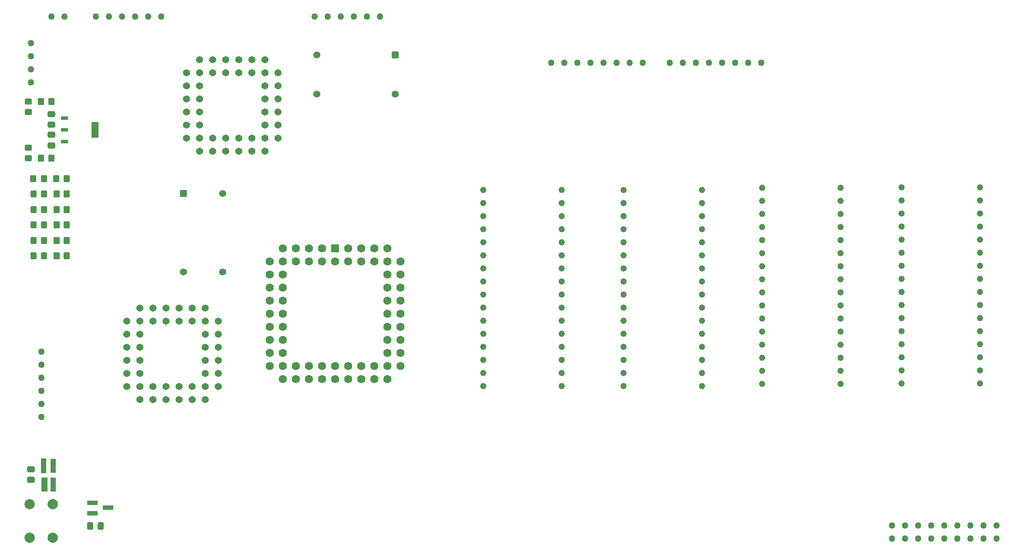
<source format=gbr>
%TF.GenerationSoftware,KiCad,Pcbnew,(6.0.0)*%
%TF.CreationDate,2024-06-19T13:28:13-04:00*%
%TF.ProjectId,MCD_Rev2,4d43445f-5265-4763-922e-6b696361645f,rev?*%
%TF.SameCoordinates,Original*%
%TF.FileFunction,Soldermask,Top*%
%TF.FilePolarity,Negative*%
%FSLAX46Y46*%
G04 Gerber Fmt 4.6, Leading zero omitted, Abs format (unit mm)*
G04 Created by KiCad (PCBNEW (6.0.0)) date 2024-06-19 13:28:13*
%MOMM*%
%LPD*%
G01*
G04 APERTURE LIST*
G04 Aperture macros list*
%AMRoundRect*
0 Rectangle with rounded corners*
0 $1 Rounding radius*
0 $2 $3 $4 $5 $6 $7 $8 $9 X,Y pos of 4 corners*
0 Add a 4 corners polygon primitive as box body*
4,1,4,$2,$3,$4,$5,$6,$7,$8,$9,$2,$3,0*
0 Add four circle primitives for the rounded corners*
1,1,$1+$1,$2,$3*
1,1,$1+$1,$4,$5*
1,1,$1+$1,$6,$7*
1,1,$1+$1,$8,$9*
0 Add four rect primitives between the rounded corners*
20,1,$1+$1,$2,$3,$4,$5,0*
20,1,$1+$1,$4,$5,$6,$7,0*
20,1,$1+$1,$6,$7,$8,$9,0*
20,1,$1+$1,$8,$9,$2,$3,0*%
%AMOutline4P*
0 Free polygon, 4 corners , with rotation*
0 The origin of the aperture is its center*
0 number of corners: always 4*
0 $1 to $8 corner X, Y*
0 $9 Rotation angle, in degrees counterclockwise*
0 create outline with 4 corners*
4,1,4,$1,$2,$3,$4,$5,$6,$7,$8,$1,$2,$9*%
G04 Aperture macros list end*
%ADD10C,1.270000*%
%ADD11R,2.032000X0.965200*%
%ADD12R,2.032000X0.878796*%
%ADD13R,2.032000X0.878794*%
%ADD14RoundRect,0.250000X-0.325000X-0.450000X0.325000X-0.450000X0.325000X0.450000X-0.325000X0.450000X0*%
%ADD15C,1.244600*%
%ADD16RoundRect,0.250000X0.350000X0.450000X-0.350000X0.450000X-0.350000X-0.450000X0.350000X-0.450000X0*%
%ADD17RoundRect,0.250000X0.450000X-0.325000X0.450000X0.325000X-0.450000X0.325000X-0.450000X-0.325000X0*%
%ADD18Outline4P,-0.500000X-1.400000X0.500000X-1.400000X0.500000X1.400000X-0.500000X1.400000X0.000000*%
%ADD19R,1.000000X2.800000*%
%ADD20R,1.200000X2.800000*%
%ADD21C,2.000000*%
%ADD22R,1.456400X3.099999*%
%ADD23R,1.456400X0.800000*%
%ADD24C,1.371600*%
%ADD25RoundRect,0.250000X0.475000X-0.337500X0.475000X0.337500X-0.475000X0.337500X-0.475000X-0.337500X0*%
%ADD26C,1.362000*%
%ADD27RoundRect,0.102000X0.579000X0.579000X-0.579000X0.579000X-0.579000X-0.579000X0.579000X-0.579000X0*%
%ADD28RoundRect,0.250000X-0.475000X0.337500X-0.475000X-0.337500X0.475000X-0.337500X0.475000X0.337500X0*%
%ADD29RoundRect,0.102000X-0.579000X0.579000X-0.579000X-0.579000X0.579000X-0.579000X0.579000X0.579000X0*%
%ADD30RoundRect,0.250000X-0.337500X-0.475000X0.337500X-0.475000X0.337500X0.475000X-0.337500X0.475000X0*%
%ADD31RoundRect,0.250000X-0.450000X0.325000X-0.450000X-0.325000X0.450000X-0.325000X0.450000X0.325000X0*%
%ADD32C,1.604000*%
%ADD33RoundRect,0.102000X-0.700000X-0.700000X0.700000X-0.700000X0.700000X0.700000X-0.700000X0.700000X0*%
G04 APERTURE END LIST*
D10*
%TO.C,J8*%
X118167123Y-78570000D03*
X120707123Y-78570000D03*
X123247123Y-78570000D03*
X125787123Y-78570000D03*
X128327123Y-78570000D03*
X130867123Y-78570000D03*
%TD*%
D11*
%TO.C,U10*%
X120541123Y-174019200D03*
D12*
X117442323Y-175086000D03*
D13*
X117442323Y-173054000D03*
%TD*%
D14*
%TO.C,D5*%
X108067123Y-119070000D03*
X106017123Y-119070000D03*
%TD*%
D15*
%TO.C,U4*%
X193427123Y-150370000D03*
X193427123Y-147830000D03*
X193427123Y-145290000D03*
X193427123Y-142750000D03*
X193427123Y-140210000D03*
X193427123Y-137670000D03*
X193427123Y-135130000D03*
X193427123Y-132590000D03*
X193427123Y-130050000D03*
X193427123Y-127510000D03*
X193427123Y-124970000D03*
X193427123Y-122430000D03*
X193427123Y-119890000D03*
X193427123Y-117350000D03*
X193427123Y-114810000D03*
X193427123Y-112270000D03*
X208667123Y-112270000D03*
X208667123Y-114810000D03*
X208667123Y-117350000D03*
X208667123Y-119890000D03*
X208667123Y-122430000D03*
X208667123Y-124970000D03*
X208667123Y-127510000D03*
X208667123Y-130050000D03*
X208667123Y-132590000D03*
X208667123Y-135130000D03*
X208667123Y-137670000D03*
X208667123Y-140210000D03*
X208667123Y-142750000D03*
X208667123Y-145290000D03*
X208667123Y-147830000D03*
X208667123Y-150370000D03*
%TD*%
D16*
%TO.C,R21*%
X110517123Y-122070000D03*
X112517123Y-122070000D03*
%TD*%
D17*
%TO.C,D1*%
X105017123Y-95045000D03*
X105017123Y-97095000D03*
%TD*%
D10*
%TO.C,J4*%
X105517123Y-91380000D03*
X105517123Y-88840000D03*
X105517123Y-86300000D03*
X105517123Y-83760000D03*
%TD*%
D18*
%TO.C,U8*%
X107967123Y-165870000D03*
D19*
X109867123Y-165870000D03*
X109867123Y-169470000D03*
D20*
X108147123Y-169470000D03*
%TD*%
D15*
%TO.C,U3*%
X274667123Y-149870000D03*
X274667123Y-147330000D03*
X274667123Y-144790000D03*
X274667123Y-142250000D03*
X274667123Y-139710000D03*
X274667123Y-137170000D03*
X274667123Y-134630000D03*
X274667123Y-132090000D03*
X274667123Y-129550000D03*
X274667123Y-127010000D03*
X274667123Y-124470000D03*
X274667123Y-121930000D03*
X274667123Y-119390000D03*
X274667123Y-116850000D03*
X274667123Y-114310000D03*
X274667123Y-111770000D03*
X289907123Y-111770000D03*
X289907123Y-114310000D03*
X289907123Y-116850000D03*
X289907123Y-119390000D03*
X289907123Y-121930000D03*
X289907123Y-124470000D03*
X289907123Y-127010000D03*
X289907123Y-129550000D03*
X289907123Y-132090000D03*
X289907123Y-134630000D03*
X289907123Y-137170000D03*
X289907123Y-139710000D03*
X289907123Y-142250000D03*
X289907123Y-144790000D03*
X289907123Y-147330000D03*
X289907123Y-149870000D03*
%TD*%
D21*
%TO.C,SW1*%
X109767123Y-173320000D03*
X109767123Y-179820000D03*
X105267123Y-179820000D03*
X105267123Y-173320000D03*
%TD*%
D10*
%TO.C,J5*%
X107567123Y-143720000D03*
X107567123Y-146260000D03*
X107567123Y-148800000D03*
X107567123Y-151340000D03*
X107567123Y-153880000D03*
X107567123Y-156420000D03*
%TD*%
D15*
%TO.C,U5*%
X247597123Y-149910000D03*
X247597123Y-147370000D03*
X247597123Y-144830000D03*
X247597123Y-142290000D03*
X247597123Y-139750000D03*
X247597123Y-137210000D03*
X247597123Y-134670000D03*
X247597123Y-132130000D03*
X247597123Y-129590000D03*
X247597123Y-127050000D03*
X247597123Y-124510000D03*
X247597123Y-121970000D03*
X247597123Y-119430000D03*
X247597123Y-116890000D03*
X247597123Y-114350000D03*
X247597123Y-111810000D03*
X262837123Y-111810000D03*
X262837123Y-114350000D03*
X262837123Y-116890000D03*
X262837123Y-119430000D03*
X262837123Y-121970000D03*
X262837123Y-124510000D03*
X262837123Y-127050000D03*
X262837123Y-129590000D03*
X262837123Y-132130000D03*
X262837123Y-134670000D03*
X262837123Y-137210000D03*
X262837123Y-139750000D03*
X262837123Y-142290000D03*
X262837123Y-144830000D03*
X262837123Y-147370000D03*
X262837123Y-149910000D03*
%TD*%
%TO.C,U2*%
X220667123Y-150370000D03*
X220667123Y-147830000D03*
X220667123Y-145290000D03*
X220667123Y-142750000D03*
X220667123Y-140210000D03*
X220667123Y-137670000D03*
X220667123Y-135130000D03*
X220667123Y-132590000D03*
X220667123Y-130050000D03*
X220667123Y-127510000D03*
X220667123Y-124970000D03*
X220667123Y-122430000D03*
X220667123Y-119890000D03*
X220667123Y-117350000D03*
X220667123Y-114810000D03*
X220667123Y-112270000D03*
X235907123Y-112270000D03*
X235907123Y-114810000D03*
X235907123Y-117350000D03*
X235907123Y-119890000D03*
X235907123Y-122430000D03*
X235907123Y-124970000D03*
X235907123Y-127510000D03*
X235907123Y-130050000D03*
X235907123Y-132590000D03*
X235907123Y-135130000D03*
X235907123Y-137670000D03*
X235907123Y-140210000D03*
X235907123Y-142750000D03*
X235907123Y-145290000D03*
X235907123Y-147830000D03*
X235907123Y-150370000D03*
%TD*%
D14*
%TO.C,D4*%
X108067123Y-116070000D03*
X106017123Y-116070000D03*
%TD*%
D16*
%TO.C,R23*%
X107517123Y-106070000D03*
X109517123Y-106070000D03*
%TD*%
D22*
%TO.C,U7*%
X117991323Y-100570000D03*
D23*
X112042923Y-102870000D03*
X112042923Y-100570000D03*
X112042923Y-98270000D03*
%TD*%
D24*
%TO.C,U6*%
X145937123Y-86980000D03*
X148477123Y-89520000D03*
X148477123Y-86980000D03*
X151017123Y-89520000D03*
X151017123Y-86980000D03*
X153557123Y-89520000D03*
X151017123Y-92060000D03*
X153557123Y-92060000D03*
X151017123Y-94600000D03*
X153557123Y-94600000D03*
X151017123Y-97140000D03*
X153557123Y-97140000D03*
X151017123Y-99680000D03*
X153557123Y-99680000D03*
X151017123Y-102220000D03*
X153557123Y-102220000D03*
X151017123Y-104760000D03*
X148477123Y-102220000D03*
X148477123Y-104760000D03*
X145937123Y-102220000D03*
X145937123Y-104760000D03*
X143397123Y-102220000D03*
X143397123Y-104760000D03*
X140857123Y-102220000D03*
X140857123Y-104760000D03*
X138317123Y-102220000D03*
X138317123Y-104760000D03*
X135777123Y-102220000D03*
X138317123Y-99680000D03*
X135777123Y-99680000D03*
X138317123Y-97140000D03*
X135777123Y-97140000D03*
X138317123Y-94600000D03*
X135777123Y-94600000D03*
X138317123Y-92060000D03*
X135777123Y-92060000D03*
X138317123Y-89520000D03*
X135777123Y-89520000D03*
X138317123Y-86980000D03*
X140857123Y-89520000D03*
X140857123Y-86980000D03*
X143397123Y-89520000D03*
X143397123Y-86980000D03*
X145937123Y-89520000D03*
%TD*%
D14*
%TO.C,D7*%
X108067123Y-125070000D03*
X106017123Y-125070000D03*
%TD*%
D10*
%TO.C,J3*%
X272857123Y-180041105D03*
X272857123Y-177501105D03*
X275397123Y-180041105D03*
X275397123Y-177501105D03*
X277937123Y-180041105D03*
X277937123Y-177501105D03*
X280477123Y-180041105D03*
X280477123Y-177501105D03*
X283017123Y-180041105D03*
X283017123Y-177501105D03*
X285557123Y-180041105D03*
X285557123Y-177501105D03*
X288097123Y-180041105D03*
X288097123Y-177501105D03*
X290637123Y-180041105D03*
X290637123Y-177501105D03*
X293177123Y-180041105D03*
X293177123Y-177501105D03*
%TD*%
D25*
%TO.C,C19*%
X109517123Y-101532500D03*
X109517123Y-103607500D03*
%TD*%
D26*
%TO.C,Y1*%
X176287123Y-93680000D03*
X161047123Y-93680000D03*
X161047123Y-86060000D03*
D27*
X176287123Y-86060000D03*
%TD*%
D14*
%TO.C,D2*%
X108042123Y-110070000D03*
X105992123Y-110070000D03*
%TD*%
D10*
%TO.C,J1*%
X224407123Y-87570000D03*
X221867123Y-87570000D03*
X219327123Y-87570000D03*
X216787123Y-87570000D03*
X214247123Y-87570000D03*
X211707123Y-87570000D03*
X209167123Y-87570000D03*
X206627123Y-87570000D03*
%TD*%
D16*
%TO.C,R22*%
X110517123Y-125070000D03*
X112517123Y-125070000D03*
%TD*%
%TO.C,R18*%
X110517123Y-113070000D03*
X112517123Y-113070000D03*
%TD*%
D28*
%TO.C,C21*%
X105517123Y-168607500D03*
X105517123Y-166532500D03*
%TD*%
D16*
%TO.C,R17*%
X110492123Y-110070000D03*
X112492123Y-110070000D03*
%TD*%
%TO.C,R19*%
X110517123Y-116070000D03*
X112517123Y-116070000D03*
%TD*%
%TO.C,R20*%
X110517123Y-119070000D03*
X112517123Y-119070000D03*
%TD*%
D24*
%TO.C,U1*%
X134337123Y-135180000D03*
X136877123Y-137720000D03*
X136877123Y-135180000D03*
X139417123Y-137720000D03*
X139417123Y-135180000D03*
X141957123Y-137720000D03*
X139417123Y-140260000D03*
X141957123Y-140260000D03*
X139417123Y-142800000D03*
X141957123Y-142800000D03*
X139417123Y-145340000D03*
X141957123Y-145340000D03*
X139417123Y-147880000D03*
X141957123Y-147880000D03*
X139417123Y-150420000D03*
X141957123Y-150420000D03*
X139417123Y-152960000D03*
X136877123Y-150420000D03*
X136877123Y-152960000D03*
X134337123Y-150420000D03*
X134337123Y-152960000D03*
X131797123Y-150420000D03*
X131797123Y-152960000D03*
X129257123Y-150420000D03*
X129257123Y-152960000D03*
X126717123Y-150420000D03*
X126717123Y-152960000D03*
X124177123Y-150420000D03*
X126717123Y-147880000D03*
X124177123Y-147880000D03*
X126717123Y-145340000D03*
X124177123Y-145340000D03*
X126717123Y-142800000D03*
X124177123Y-142800000D03*
X126717123Y-140260000D03*
X124177123Y-140260000D03*
X126717123Y-137720000D03*
X124177123Y-137720000D03*
X126717123Y-135180000D03*
X129257123Y-137720000D03*
X129257123Y-135180000D03*
X131797123Y-137720000D03*
X131797123Y-135180000D03*
X134337123Y-137720000D03*
%TD*%
D26*
%TO.C,Y2*%
X142827123Y-112950000D03*
X142827123Y-128190000D03*
X135207123Y-128190000D03*
D29*
X135207123Y-112950000D03*
%TD*%
D10*
%TO.C,J6*%
X112017123Y-78570000D03*
X109477123Y-78570000D03*
%TD*%
D28*
%TO.C,C18*%
X109517123Y-99607500D03*
X109517123Y-97532500D03*
%TD*%
D10*
%TO.C,J2*%
X247407123Y-87570000D03*
X244867123Y-87570000D03*
X242327123Y-87570000D03*
X239787123Y-87570000D03*
X237247123Y-87570000D03*
X234707123Y-87570000D03*
X232167123Y-87570000D03*
X229627123Y-87570000D03*
%TD*%
D30*
%TO.C,C20*%
X119092123Y-177570000D03*
X117017123Y-177570000D03*
%TD*%
D14*
%TO.C,D3*%
X108067123Y-113070000D03*
X106017123Y-113070000D03*
%TD*%
D31*
%TO.C,D8*%
X105017123Y-106095000D03*
X105017123Y-104045000D03*
%TD*%
D16*
%TO.C,R16*%
X107517123Y-95070000D03*
X109517123Y-95070000D03*
%TD*%
D32*
%TO.C,U9*%
X167207633Y-126170000D03*
X167207633Y-123630000D03*
X169747633Y-126170000D03*
X169747633Y-123630000D03*
X172287633Y-126170000D03*
X172287633Y-123630000D03*
X174827633Y-126170000D03*
X174827633Y-123630000D03*
X177367633Y-126170000D03*
X174827633Y-128710000D03*
X177367633Y-128710000D03*
X174827633Y-131250000D03*
X177367633Y-131250000D03*
X174827633Y-133790000D03*
X177367633Y-133790000D03*
X174827633Y-136330000D03*
X177367633Y-136330000D03*
X174827633Y-138870000D03*
X177367633Y-138870000D03*
X174827633Y-141410000D03*
X177367633Y-141410000D03*
X174827633Y-143950000D03*
X177367633Y-143950000D03*
X174827633Y-146490000D03*
X177367633Y-146490000D03*
X174827633Y-149030000D03*
X172287633Y-146490000D03*
X172287633Y-149030000D03*
X169747633Y-146490000D03*
X169747633Y-149030000D03*
X167207633Y-146490000D03*
X167207633Y-149030000D03*
X164667633Y-146490000D03*
X164667633Y-149030000D03*
X162127633Y-146490000D03*
X162127633Y-149030000D03*
X159587633Y-146490000D03*
X159587633Y-149030000D03*
X157047633Y-146490000D03*
X157047633Y-149030000D03*
X154507633Y-146490000D03*
X154507633Y-149030000D03*
X151967633Y-146490000D03*
X154507633Y-143950000D03*
X151967633Y-143950000D03*
X154507633Y-141410000D03*
X151967633Y-141410000D03*
X154507633Y-138870000D03*
X151967633Y-138870000D03*
X154507633Y-136330000D03*
X151967633Y-136330000D03*
X154507633Y-133790000D03*
X151967633Y-133790000D03*
X154507633Y-131250000D03*
X151967633Y-131250000D03*
X154507633Y-128710000D03*
X151967633Y-128710000D03*
X154507633Y-126170000D03*
X151967633Y-126170000D03*
X154507633Y-123630000D03*
X157047633Y-126170000D03*
X157047633Y-123630000D03*
X159587633Y-126170000D03*
X159587633Y-123630000D03*
X162127633Y-126170000D03*
X162127633Y-123630000D03*
X164667633Y-126170000D03*
D33*
X164667633Y-123630000D03*
%TD*%
D14*
%TO.C,D6*%
X108067123Y-122070000D03*
X106017123Y-122070000D03*
%TD*%
D10*
%TO.C,J7*%
X160650000Y-78570000D03*
X163190000Y-78570000D03*
X165730000Y-78570000D03*
X168270000Y-78570000D03*
X170810000Y-78570000D03*
X173350000Y-78570000D03*
%TD*%
M02*

</source>
